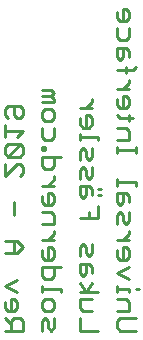
<source format=gbo>
G75*
%MOIN*%
%OFA0B0*%
%FSLAX25Y25*%
%IPPOS*%
%LPD*%
%AMOC8*
5,1,8,0,0,1.08239X$1,22.5*
%
%ADD10C,0.00900*%
D10*
X0010283Y0140712D02*
X0016388Y0140712D01*
X0016388Y0143764D01*
X0015370Y0144782D01*
X0013335Y0144782D01*
X0012318Y0143764D01*
X0012318Y0140712D01*
X0012318Y0142747D02*
X0010283Y0144782D01*
X0011300Y0147157D02*
X0013335Y0147157D01*
X0014353Y0148175D01*
X0014353Y0150210D01*
X0013335Y0151227D01*
X0012318Y0151227D01*
X0012318Y0147157D01*
X0011300Y0147157D02*
X0010283Y0148175D01*
X0010283Y0150210D01*
X0014353Y0153603D02*
X0010283Y0155638D01*
X0014353Y0157673D01*
X0014353Y0166494D02*
X0010283Y0166494D01*
X0013335Y0166494D02*
X0013335Y0170564D01*
X0014353Y0170564D02*
X0010283Y0170564D01*
X0014353Y0170564D02*
X0016388Y0168529D01*
X0014353Y0166494D01*
X0022783Y0167398D02*
X0022783Y0165363D01*
X0023800Y0164345D01*
X0025835Y0164345D01*
X0026853Y0165363D01*
X0026853Y0167398D01*
X0025835Y0168415D01*
X0024818Y0168415D01*
X0024818Y0164345D01*
X0026853Y0161970D02*
X0026853Y0158917D01*
X0025835Y0157900D01*
X0023800Y0157900D01*
X0022783Y0158917D01*
X0022783Y0161970D01*
X0028888Y0161970D01*
X0028888Y0154620D02*
X0022783Y0154620D01*
X0022783Y0153603D02*
X0022783Y0155638D01*
X0023800Y0151227D02*
X0025835Y0151227D01*
X0026853Y0150210D01*
X0026853Y0148175D01*
X0025835Y0147157D01*
X0023800Y0147157D01*
X0022783Y0148175D01*
X0022783Y0150210D01*
X0023800Y0151227D01*
X0028888Y0153603D02*
X0028888Y0154620D01*
X0035283Y0153603D02*
X0041388Y0153603D01*
X0039353Y0151227D02*
X0035283Y0151227D01*
X0035283Y0148175D01*
X0036300Y0147157D01*
X0039353Y0147157D01*
X0035283Y0144782D02*
X0035283Y0140712D01*
X0041388Y0140712D01*
X0047783Y0141729D02*
X0047783Y0143764D01*
X0048800Y0144782D01*
X0053888Y0144782D01*
X0051853Y0147157D02*
X0051853Y0150210D01*
X0050835Y0151227D01*
X0047783Y0151227D01*
X0047783Y0153603D02*
X0047783Y0155638D01*
X0047783Y0154620D02*
X0051853Y0154620D01*
X0051853Y0153603D01*
X0053888Y0154620D02*
X0054905Y0154620D01*
X0051853Y0157900D02*
X0047783Y0159935D01*
X0051853Y0161970D01*
X0050835Y0164345D02*
X0051853Y0165363D01*
X0051853Y0167398D01*
X0050835Y0168415D01*
X0049818Y0168415D01*
X0049818Y0164345D01*
X0050835Y0164345D02*
X0048800Y0164345D01*
X0047783Y0165363D01*
X0047783Y0167398D01*
X0047783Y0170791D02*
X0051853Y0170791D01*
X0051853Y0172826D02*
X0051853Y0173843D01*
X0051853Y0172826D02*
X0049818Y0170791D01*
X0050835Y0176162D02*
X0049818Y0177180D01*
X0049818Y0179215D01*
X0048800Y0180232D01*
X0047783Y0179215D01*
X0047783Y0176162D01*
X0050835Y0176162D02*
X0051853Y0177180D01*
X0051853Y0180232D01*
X0051853Y0183625D02*
X0051853Y0185660D01*
X0050835Y0186678D01*
X0047783Y0186678D01*
X0047783Y0183625D01*
X0048800Y0182608D01*
X0049818Y0183625D01*
X0049818Y0186678D01*
X0047783Y0189053D02*
X0047783Y0191088D01*
X0047783Y0190071D02*
X0053888Y0190071D01*
X0053888Y0189053D01*
X0053888Y0199796D02*
X0053888Y0201831D01*
X0053888Y0200813D02*
X0047783Y0200813D01*
X0047783Y0199796D02*
X0047783Y0201831D01*
X0047783Y0204093D02*
X0051853Y0204093D01*
X0051853Y0207145D01*
X0050835Y0208163D01*
X0047783Y0208163D01*
X0048800Y0211556D02*
X0047783Y0212573D01*
X0048800Y0211556D02*
X0052870Y0211556D01*
X0051853Y0210538D02*
X0051853Y0212573D01*
X0050835Y0214835D02*
X0051853Y0215853D01*
X0051853Y0217888D01*
X0050835Y0218905D01*
X0049818Y0218905D01*
X0049818Y0214835D01*
X0050835Y0214835D02*
X0048800Y0214835D01*
X0047783Y0215853D01*
X0047783Y0217888D01*
X0047783Y0221281D02*
X0051853Y0221281D01*
X0051853Y0223316D02*
X0051853Y0224333D01*
X0051853Y0223316D02*
X0049818Y0221281D01*
X0050835Y0226652D02*
X0050835Y0228687D01*
X0052870Y0227669D02*
X0047783Y0227669D01*
X0048800Y0230949D02*
X0049818Y0231966D01*
X0049818Y0235019D01*
X0050835Y0235019D02*
X0047783Y0235019D01*
X0047783Y0231966D01*
X0048800Y0230949D01*
X0051853Y0231966D02*
X0051853Y0234001D01*
X0050835Y0235019D01*
X0050835Y0237394D02*
X0048800Y0237394D01*
X0047783Y0238412D01*
X0047783Y0241464D01*
X0048800Y0243840D02*
X0050835Y0243840D01*
X0051853Y0244857D01*
X0051853Y0246892D01*
X0050835Y0247910D01*
X0049818Y0247910D01*
X0049818Y0243840D01*
X0048800Y0243840D02*
X0047783Y0244857D01*
X0047783Y0246892D01*
X0051853Y0241464D02*
X0051853Y0238412D01*
X0050835Y0237394D01*
X0053888Y0228687D02*
X0052870Y0227669D01*
X0039353Y0217888D02*
X0039353Y0216870D01*
X0037318Y0214835D01*
X0035283Y0214835D02*
X0039353Y0214835D01*
X0038335Y0212460D02*
X0037318Y0212460D01*
X0037318Y0208390D01*
X0038335Y0208390D02*
X0036300Y0208390D01*
X0035283Y0209407D01*
X0035283Y0211442D01*
X0038335Y0212460D02*
X0039353Y0211442D01*
X0039353Y0209407D01*
X0038335Y0208390D01*
X0035283Y0206128D02*
X0035283Y0204093D01*
X0035283Y0205110D02*
X0041388Y0205110D01*
X0041388Y0204093D01*
X0039353Y0201717D02*
X0039353Y0198665D01*
X0038335Y0197647D01*
X0037318Y0198665D01*
X0037318Y0200700D01*
X0036300Y0201717D01*
X0035283Y0200700D01*
X0035283Y0197647D01*
X0036300Y0195272D02*
X0037318Y0194254D01*
X0037318Y0192219D01*
X0038335Y0191202D01*
X0039353Y0192219D01*
X0039353Y0195272D01*
X0036300Y0195272D02*
X0035283Y0194254D01*
X0035283Y0191202D01*
X0035283Y0188826D02*
X0035283Y0185774D01*
X0036300Y0184756D01*
X0037318Y0185774D01*
X0037318Y0188826D01*
X0038335Y0188826D02*
X0035283Y0188826D01*
X0038335Y0188826D02*
X0039353Y0187809D01*
X0039353Y0185774D01*
X0041388Y0185774D02*
X0042405Y0185774D01*
X0042405Y0187809D02*
X0041388Y0187809D01*
X0041388Y0182381D02*
X0041388Y0178311D01*
X0035283Y0178311D01*
X0038335Y0178311D02*
X0038335Y0180346D01*
X0039353Y0169490D02*
X0039353Y0166437D01*
X0038335Y0165420D01*
X0037318Y0166437D01*
X0037318Y0168472D01*
X0036300Y0169490D01*
X0035283Y0168472D01*
X0035283Y0165420D01*
X0035283Y0163044D02*
X0035283Y0159992D01*
X0036300Y0158974D01*
X0037318Y0159992D01*
X0037318Y0163044D01*
X0038335Y0163044D02*
X0035283Y0163044D01*
X0038335Y0163044D02*
X0039353Y0162027D01*
X0039353Y0159992D01*
X0039353Y0156655D02*
X0037318Y0153603D01*
X0035283Y0156655D01*
X0026853Y0144782D02*
X0026853Y0141729D01*
X0025835Y0140712D01*
X0024818Y0141729D01*
X0024818Y0143764D01*
X0023800Y0144782D01*
X0022783Y0143764D01*
X0022783Y0140712D01*
X0022783Y0170791D02*
X0026853Y0170791D01*
X0026853Y0172826D02*
X0026853Y0173843D01*
X0026853Y0172826D02*
X0024818Y0170791D01*
X0022783Y0176162D02*
X0026853Y0176162D01*
X0026853Y0179215D01*
X0025835Y0180232D01*
X0022783Y0180232D01*
X0023800Y0182608D02*
X0022783Y0183625D01*
X0022783Y0185660D01*
X0024818Y0186678D02*
X0024818Y0182608D01*
X0025835Y0182608D02*
X0026853Y0183625D01*
X0026853Y0185660D01*
X0025835Y0186678D01*
X0024818Y0186678D01*
X0024818Y0189053D02*
X0026853Y0191088D01*
X0026853Y0192106D01*
X0025835Y0194424D02*
X0026853Y0195442D01*
X0026853Y0198494D01*
X0028888Y0198494D02*
X0022783Y0198494D01*
X0022783Y0195442D01*
X0023800Y0194424D01*
X0025835Y0194424D01*
X0026853Y0189053D02*
X0022783Y0189053D01*
X0023800Y0182608D02*
X0025835Y0182608D01*
X0015370Y0192276D02*
X0016388Y0193293D01*
X0016388Y0195328D01*
X0015370Y0196346D01*
X0014353Y0196346D01*
X0010283Y0192276D01*
X0010283Y0196346D01*
X0011300Y0198721D02*
X0015370Y0202791D01*
X0011300Y0202791D01*
X0010283Y0201774D01*
X0010283Y0199739D01*
X0011300Y0198721D01*
X0015370Y0198721D01*
X0016388Y0199739D01*
X0016388Y0201774D01*
X0015370Y0202791D01*
X0014353Y0205167D02*
X0016388Y0207202D01*
X0010283Y0207202D01*
X0010283Y0205167D02*
X0010283Y0209237D01*
X0011300Y0211612D02*
X0010283Y0212630D01*
X0010283Y0214665D01*
X0011300Y0215682D01*
X0015370Y0215682D01*
X0016388Y0214665D01*
X0016388Y0212630D01*
X0015370Y0211612D01*
X0014353Y0211612D01*
X0013335Y0212630D01*
X0013335Y0215682D01*
X0022783Y0216984D02*
X0026853Y0216984D01*
X0026853Y0218001D01*
X0025835Y0219019D01*
X0026853Y0220036D01*
X0025835Y0221054D01*
X0022783Y0221054D01*
X0022783Y0219019D02*
X0025835Y0219019D01*
X0025835Y0214608D02*
X0026853Y0213591D01*
X0026853Y0211556D01*
X0025835Y0210538D01*
X0023800Y0210538D01*
X0022783Y0211556D01*
X0022783Y0213591D01*
X0023800Y0214608D01*
X0025835Y0214608D01*
X0026853Y0208163D02*
X0026853Y0205110D01*
X0025835Y0204093D01*
X0023800Y0204093D01*
X0022783Y0205110D01*
X0022783Y0208163D01*
X0022783Y0201887D02*
X0022783Y0200870D01*
X0023800Y0200870D01*
X0023800Y0201887D01*
X0022783Y0201887D01*
X0013335Y0183455D02*
X0013335Y0179385D01*
X0047783Y0147157D02*
X0051853Y0147157D01*
X0053888Y0140712D02*
X0048800Y0140712D01*
X0047783Y0141729D01*
M02*

</source>
